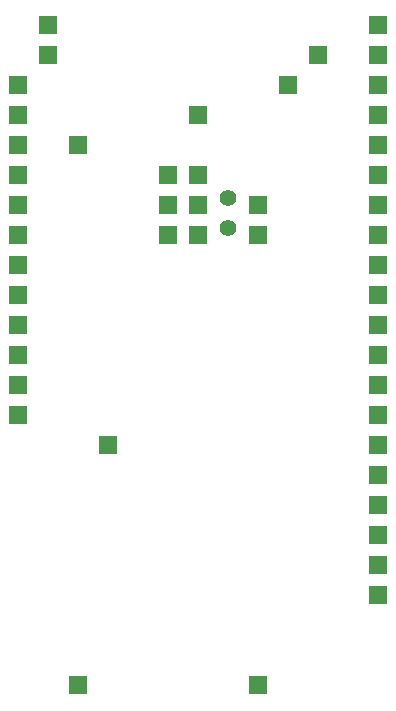
<source format=gbs>
G04 (created by PCBNEW (25-Oct-2014 BZR 4029)-stable) date IDT 23:59:30 2015 ספט 30 ד'*
%MOIN*%
G04 Gerber Fmt 3.4, Leading zero omitted, Abs format*
%FSLAX34Y34*%
G01*
G70*
G90*
G04 APERTURE LIST*
%ADD10C,0.00590551*%
%ADD11R,0.0590551X0.0590551*%
%ADD12C,0.055*%
G04 APERTURE END LIST*
G54D10*
G54D11*
X43000Y-42000D03*
X43000Y-30000D03*
X43000Y-41000D03*
X43000Y-31000D03*
X32000Y-29000D03*
X41000Y-30000D03*
X40000Y-31000D03*
X43000Y-47000D03*
X33000Y-51000D03*
X39000Y-51000D03*
X31000Y-42000D03*
X39000Y-35000D03*
X37000Y-34000D03*
X36000Y-34000D03*
X36000Y-35000D03*
X43000Y-35000D03*
X31000Y-31000D03*
X43000Y-43000D03*
X43000Y-29000D03*
X43000Y-40000D03*
X43000Y-45000D03*
X43000Y-44000D03*
X34000Y-43000D03*
X43000Y-46000D03*
X43000Y-32000D03*
X43000Y-39000D03*
X43000Y-33000D03*
X43000Y-38000D03*
X43000Y-37000D03*
X43000Y-34000D03*
X43000Y-36000D03*
X39000Y-36000D03*
X36000Y-36000D03*
X37000Y-36000D03*
G54D12*
X38000Y-34750D03*
X38000Y-35750D03*
G54D11*
X43000Y-48000D03*
X37000Y-32000D03*
X31000Y-32000D03*
X32000Y-30000D03*
X31000Y-41000D03*
X31000Y-39000D03*
X31000Y-33000D03*
X31000Y-40000D03*
X33000Y-33000D03*
X31000Y-34000D03*
X31000Y-38000D03*
X31000Y-37000D03*
X31000Y-35000D03*
X31000Y-36000D03*
X37000Y-35000D03*
M02*

</source>
